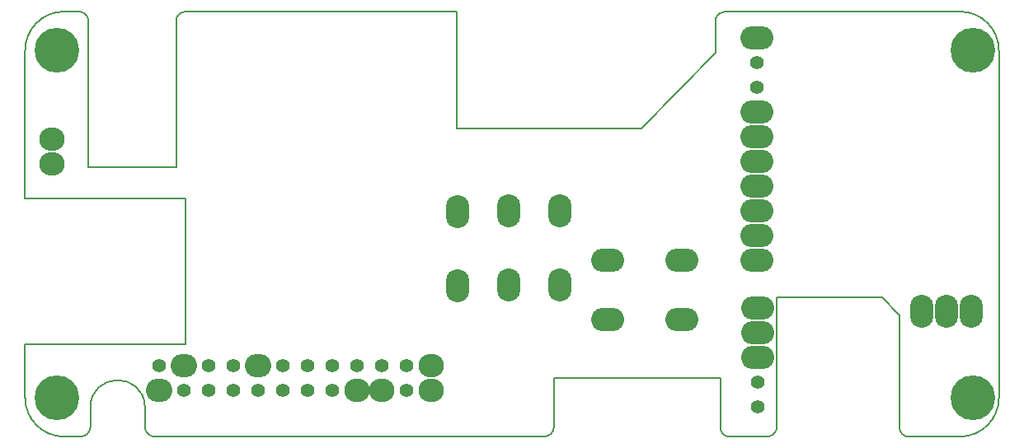
<source format=gbs>
%TF.GenerationSoftware,KiCad,Pcbnew,(5.0.0)*%
%TF.CreationDate,2019-07-04T13:56:56+02:00*%
%TF.ProjectId,Gnu vario V1.10,476E7520766172696F2056312E31302E,V 1.4*%
%TF.SameCoordinates,Original*%
%TF.FileFunction,Soldermask,Bot*%
%TF.FilePolarity,Negative*%
%FSLAX46Y46*%
G04 Gerber Fmt 4.6, Leading zero omitted, Abs format (unit mm)*
G04 Created by KiCad (PCBNEW (5.0.0)) date 07/04/19 13:56:56*
%MOMM*%
%LPD*%
G01*
G04 APERTURE LIST*
%ADD10C,0.150000*%
%ADD11C,1.400000*%
%ADD12O,3.400000X2.400000*%
%ADD13O,2.600000X2.400000*%
%ADD14C,4.600000*%
%ADD15O,2.700000X2.400000*%
%ADD16O,2.400000X3.400000*%
G04 APERTURE END LIST*
D10*
X162700000Y-95300000D02*
X173500000Y-95300000D01*
X162700000Y-108600000D02*
G75*
G02X161700000Y-109600000I-1000000J0D01*
G01*
X176200000Y-109600000D02*
G75*
G02X175300000Y-108700000I0J900000D01*
G01*
X175300000Y-97100000D02*
X175300000Y-108700000D01*
X173500000Y-95300000D02*
X175300000Y-97100000D01*
X162700000Y-95300000D02*
X162700000Y-108600000D01*
X157800000Y-109600000D02*
G75*
G02X156900000Y-108700000I0J900000D01*
G01*
X85500000Y-69900000D02*
X85500000Y-85100000D01*
X102000000Y-100100000D02*
X85500000Y-100100000D01*
X102000000Y-85100000D02*
X102000000Y-100100000D01*
X101000000Y-85100000D02*
X102000000Y-85100000D01*
X101000000Y-85100000D02*
X85500000Y-85100000D01*
X148800000Y-77900000D02*
X156400000Y-70100000D01*
X129800000Y-77900000D02*
X148800000Y-77900000D01*
X129800000Y-65900000D02*
X129800000Y-77900000D01*
X157800000Y-109600000D02*
X161700000Y-109600000D01*
X175700000Y-65900000D02*
X162400000Y-65900000D01*
X162400000Y-65900000D02*
X157400000Y-65900000D01*
X156402857Y-66600886D02*
G75*
G02X157400000Y-65900000I952331J-295115D01*
G01*
X156400000Y-66600000D02*
X156400000Y-70100000D01*
X98800000Y-109600000D02*
G75*
G02X97800000Y-108600000I0J1000000D01*
G01*
X92198215Y-108600000D02*
G75*
G02X91198215Y-109600000I-1000000J0D01*
G01*
X92198215Y-106600000D02*
G75*
G02X97800000Y-106500000I2801785J0D01*
G01*
X97800000Y-108600000D02*
X97800000Y-106500000D01*
X92200000Y-108600000D02*
X92198215Y-106600000D01*
X139800000Y-108600000D02*
G75*
G02X138800000Y-109600000I-1000000J0D01*
G01*
X101000000Y-66900000D02*
G75*
G02X102000000Y-65900000I1000000J0D01*
G01*
X91000000Y-65900000D02*
G75*
G02X92000000Y-66900000I0J-1000000D01*
G01*
X85500000Y-69900000D02*
G75*
G02X89500000Y-65900000I4000000J0D01*
G01*
X89500000Y-109600000D02*
G75*
G02X85500000Y-105600000I0J4000000D01*
G01*
X185500000Y-105600000D02*
G75*
G02X181500000Y-109600000I-4000000J0D01*
G01*
X181500000Y-65900000D02*
G75*
G02X185500000Y-69900000I0J-4000000D01*
G01*
X156900000Y-103600000D02*
X139800000Y-103600000D01*
X139800000Y-103600000D02*
X139800000Y-108600000D01*
X156900000Y-108700000D02*
X156900000Y-103600000D01*
X138800000Y-109600000D02*
X98800000Y-109600000D01*
X181500000Y-109600000D02*
X176200000Y-109600000D01*
X185500000Y-69900000D02*
X185500000Y-105600000D01*
X175700000Y-65900000D02*
X181500000Y-65900000D01*
X102000000Y-65900000D02*
X129800000Y-65900000D01*
X101000000Y-81900000D02*
X101000000Y-66900000D01*
X92000000Y-81900000D02*
X101000000Y-81900000D01*
X92000000Y-66900000D02*
X92000000Y-81900000D01*
X89500000Y-65900000D02*
X91000000Y-65900000D01*
X85500000Y-105600000D02*
X85500000Y-100100000D01*
X91200000Y-109600000D02*
X89500000Y-109600000D01*
D11*
X160660000Y-71140000D03*
X160660000Y-73680000D03*
D12*
X160660000Y-88920000D03*
X160660000Y-86380000D03*
X160660000Y-91460000D03*
X160660000Y-81300000D03*
X160660000Y-78760000D03*
X160660000Y-83840000D03*
X160660000Y-76220000D03*
X160660000Y-68600000D03*
D13*
X88260000Y-81580000D03*
X88260000Y-79040000D03*
D14*
X88800000Y-105600000D03*
X88800000Y-69900000D03*
X182800000Y-69900000D03*
X182800000Y-105600000D03*
D11*
X99244546Y-102344532D03*
X104324546Y-102344532D03*
X106864546Y-102344532D03*
X124644546Y-104884532D03*
X124644546Y-102344532D03*
X122104546Y-102344532D03*
X111944546Y-102344532D03*
X114484546Y-102344532D03*
X119564546Y-102344532D03*
X117024546Y-102344532D03*
X117024546Y-104884532D03*
X114484546Y-104884532D03*
X111944546Y-104884532D03*
X109404546Y-104884532D03*
X106864546Y-104884532D03*
X104324546Y-104884532D03*
X101784546Y-104884532D03*
D13*
X127184546Y-102334532D03*
X127184546Y-104874532D03*
D15*
X99244546Y-104884532D03*
D13*
X122104546Y-104874532D03*
X119564546Y-104874532D03*
D15*
X109404546Y-102334532D03*
X101784546Y-102334532D03*
D11*
X160700000Y-106580000D03*
X160700000Y-104040000D03*
D12*
X160700000Y-96420000D03*
X160700000Y-101500000D03*
X160700000Y-98960000D03*
X152950000Y-97570000D03*
X145330000Y-97570000D03*
X152950000Y-91510000D03*
X145330000Y-91510000D03*
D16*
X140390000Y-94040000D03*
X140390000Y-86420000D03*
X135130000Y-94040000D03*
X135130000Y-86420000D03*
X129890000Y-94070000D03*
X129890000Y-86450000D03*
X177580000Y-96740000D03*
X180120000Y-96740000D03*
X182660000Y-96740000D03*
M02*

</source>
